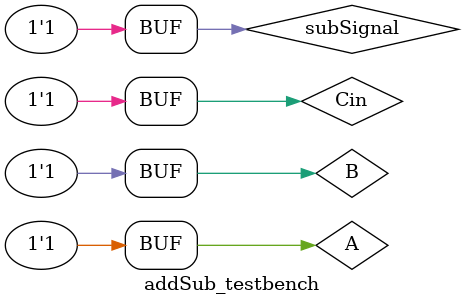
<source format=sv>

`timescale 1ns/10ps


module addSub(A, B, Cin, Cout, S, subSignal);
	input logic A, B, Cin, subSignal;
	output logic Cout, S;
	
	logic notB;
	logic mux2Adder;
	
	not #0.05 invert(notB, B);
	
	// The mux here is used to select between addition and subtraction operations. Will invert
	// the B signal if subtraction is to be used and output to our fullAdder module.
	
	mux2_1 muxSingle (.a(B), .b(notB), .s(subSignal), .out(mux2Adder));
	
	// The fullAdder will take the output of the mux as well as the A input and add the two functions
	// together providing an output/carryout/carryin.
	
	fullAdder fAddSingle (.A(A), .B(mux2Adder), .Cin(Cin), .Cout(Cout), .S(S));
	
endmodule

module addSub_testbench();
		logic A, B, Cin, Cout, S, subSignal;
		
		addSub dut(.A, .B, .Cin, .Cout, .S, .subSignal);
		
		initial begin 
		// Data bits 1-63
			A <= 0; B <= 0; Cin <= 0; subSignal <=0;  #10;
			A <= 0; B <= 0; Cin <= 1; 		#10;
			A <= 0; B <= 1; Cin <= 0;		#10;
			A <= 0; B <= 1; Cin <= 1;		#10;
			A <= 1; B <= 0; Cin <= 0;		#10;
			A <= 1; B <= 0; Cin <= 1;		#10;
			A <= 1; B <= 1; Cin <= 0;		#10;
			A <= 1; B <= 1; Cin <= 1;		#10;
		// Data bit 0	
			A <= 0; B <= 0; Cin <= 1; subSignal <=1;  #10;
			A <= 0; B <= 0; Cin <= 1; 		#10;
			A <= 0; B <= 1; Cin <= 1;		#10;
			A <= 0; B <= 1; Cin <= 1;		#10;
			A <= 1; B <= 0; Cin <= 1;		#10;
			A <= 1; B <= 0; Cin <= 1;		#10;
			A <= 1; B <= 1; Cin <= 1;		#10;
			A <= 1; B <= 1; Cin <= 1;		#10;

		end
endmodule
</source>
